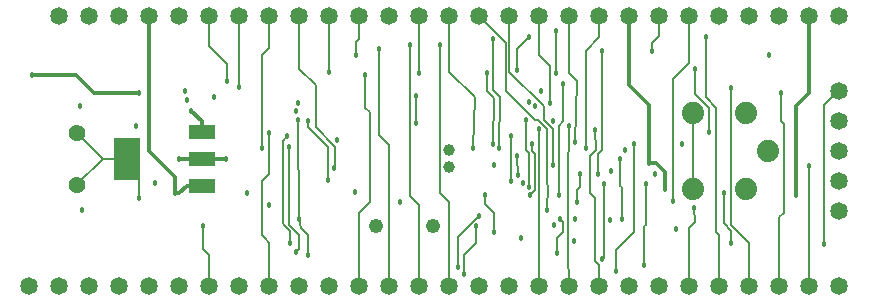
<source format=gbl>
G75*
%MOIN*%
%OFA0B0*%
%FSLAX24Y24*%
%IPPOS*%
%LPD*%
%AMOC8*
5,1,8,0,0,1.08239X$1,22.5*
%
%ADD10C,0.0480*%
%ADD11C,0.0390*%
%ADD12C,0.0561*%
%ADD13C,0.0585*%
%ADD14R,0.0900X0.0500*%
%ADD15R,0.0850X0.1400*%
%ADD16C,0.0740*%
%ADD17C,0.0180*%
%ADD18C,0.0050*%
%ADD19C,0.0120*%
D10*
X013625Y003425D03*
X015525Y003425D03*
D11*
X016075Y005405D03*
X016075Y005945D03*
D12*
X003656Y006541D03*
X003656Y004809D03*
D13*
X002075Y001425D03*
X003075Y001425D03*
X004075Y001425D03*
X005075Y001425D03*
X006075Y001425D03*
X007075Y001425D03*
X008075Y001425D03*
X009075Y001425D03*
X010075Y001425D03*
X011075Y001425D03*
X012075Y001425D03*
X013075Y001425D03*
X014075Y001425D03*
X015075Y001425D03*
X016075Y001425D03*
X017075Y001425D03*
X018075Y001425D03*
X019075Y001425D03*
X020075Y001425D03*
X021075Y001425D03*
X022075Y001425D03*
X023075Y001425D03*
X024075Y001425D03*
X025075Y001425D03*
X026075Y001425D03*
X027075Y001425D03*
X028075Y001425D03*
X029075Y001425D03*
X029075Y003925D03*
X029075Y004925D03*
X029075Y005925D03*
X029075Y006925D03*
X029075Y007925D03*
X029075Y010425D03*
X028075Y010425D03*
X027075Y010425D03*
X026075Y010425D03*
X025075Y010425D03*
X024075Y010425D03*
X023075Y010425D03*
X022075Y010425D03*
X021075Y010425D03*
X020075Y010425D03*
X019075Y010425D03*
X018075Y010425D03*
X017075Y010425D03*
X016075Y010425D03*
X015075Y010425D03*
X014075Y010425D03*
X013075Y010425D03*
X012075Y010425D03*
X011075Y010425D03*
X010075Y010425D03*
X009075Y010425D03*
X008075Y010425D03*
X007075Y010425D03*
X006075Y010425D03*
X005075Y010425D03*
X004075Y010425D03*
X003075Y010425D03*
D14*
X007825Y006575D03*
X007825Y005675D03*
X007825Y004775D03*
D15*
X005325Y005675D03*
D16*
X024185Y004645D03*
X025965Y004645D03*
X026689Y005925D03*
X025965Y007205D03*
X024185Y007205D03*
D17*
X024725Y006575D03*
X023825Y006175D03*
X022725Y005525D03*
X022925Y005175D03*
X022625Y004825D03*
X023275Y004675D03*
X023525Y004275D03*
X024225Y004025D03*
X025225Y004525D03*
X027625Y004475D03*
X028075Y005425D03*
X023625Y003325D03*
X025475Y002875D03*
X022575Y002125D03*
X021625Y001925D03*
X021175Y002325D03*
X020225Y002925D03*
X019675Y002525D03*
X018475Y003025D03*
X017575Y003225D03*
X016975Y003425D03*
X017075Y003775D03*
X017275Y004475D03*
X018125Y004925D03*
X018375Y005125D03*
X018525Y004875D03*
X018725Y004725D03*
X018775Y004475D03*
X019725Y004475D03*
X020325Y004225D03*
X019325Y003975D03*
X019775Y003675D03*
X019575Y003475D03*
X020275Y003675D03*
X021425Y003625D03*
X021825Y003675D03*
X021225Y004825D03*
X021025Y005175D03*
X020425Y005175D03*
X019525Y005475D03*
X018325Y005775D03*
X017725Y006025D03*
X017525Y006175D03*
X018125Y006425D03*
X018825Y006175D03*
X019075Y006675D03*
X019525Y006925D03*
X020075Y006775D03*
X020925Y006625D03*
X020275Y006225D03*
X020625Y006025D03*
X021775Y005675D03*
X021925Y005975D03*
X022225Y006175D03*
X021475Y005275D03*
X017575Y005475D03*
X016875Y006025D03*
X014975Y006855D03*
X014975Y007775D03*
X013275Y008475D03*
X012075Y008575D03*
X012975Y009125D03*
X013725Y009325D03*
X014775Y009475D03*
X015775Y009475D03*
X017525Y009675D03*
X018725Y009725D03*
X019625Y009925D03*
X021175Y009275D03*
X022825Y009275D03*
X024275Y008675D03*
X025475Y008025D03*
X027125Y007875D03*
X026725Y009125D03*
X024625Y009725D03*
X019875Y008175D03*
X019625Y008525D03*
X018325Y008625D03*
X017325Y008525D03*
X019125Y007925D03*
X018725Y007575D03*
X018925Y007425D03*
X019425Y007525D03*
X018625Y006975D03*
X015075Y008525D03*
X011025Y007525D03*
X010975Y007275D03*
X011025Y006975D03*
X011375Y006925D03*
X010675Y006425D03*
X010075Y006525D03*
X009825Y006025D03*
X010725Y006075D03*
X012325Y006305D03*
X012225Y005375D03*
X012025Y004975D03*
X012925Y004575D03*
X014425Y004225D03*
X011075Y003675D03*
X010075Y004125D03*
X009325Y004525D03*
X006925Y004525D03*
X006275Y004875D03*
X005725Y004375D03*
X003825Y003975D03*
X007875Y003425D03*
X010775Y002875D03*
X010975Y002575D03*
X011375Y002475D03*
X016375Y002075D03*
X016575Y001825D03*
X008625Y005675D03*
X007075Y005675D03*
X005625Y006775D03*
X007475Y007275D03*
X007325Y007625D03*
X007275Y007925D03*
X008225Y007725D03*
X009075Y008075D03*
X008675Y008275D03*
X005725Y007875D03*
X003775Y007425D03*
X002175Y008475D03*
X028575Y002825D03*
D18*
X028575Y007475D01*
X029025Y007925D01*
X029075Y007925D01*
X027125Y007875D02*
X027125Y006925D01*
X027225Y006825D01*
X027225Y006525D01*
X027225Y003875D01*
X027075Y003725D01*
X027075Y001425D01*
X026075Y001425D02*
X026075Y002875D01*
X025475Y003475D01*
X025475Y005825D01*
X025475Y005875D01*
X025475Y008025D01*
X024975Y007375D02*
X024625Y007725D01*
X024625Y009725D01*
X023075Y009775D02*
X022825Y009525D01*
X022825Y009275D01*
X023075Y009775D02*
X023075Y010425D01*
X024075Y010425D02*
X024075Y008875D01*
X023525Y008325D01*
X023525Y004275D01*
X024225Y004025D02*
X024275Y003575D01*
X024075Y003375D01*
X024075Y001425D01*
X025075Y001425D02*
X025075Y003125D01*
X024975Y003225D01*
X024975Y007375D01*
X024725Y007375D02*
X024725Y006575D01*
X024185Y007205D02*
X024185Y004645D01*
X025225Y004525D02*
X025225Y003525D01*
X025475Y003275D01*
X025475Y002875D01*
X022625Y003475D02*
X022575Y003425D01*
X022575Y002125D01*
X021625Y001925D02*
X021625Y002625D01*
X022175Y003175D01*
X022225Y003225D01*
X022225Y006175D01*
X021175Y005975D02*
X021025Y005825D01*
X021025Y005175D01*
X020425Y005175D02*
X020425Y004725D01*
X020325Y004625D01*
X020325Y004225D01*
X020775Y004525D02*
X020925Y004375D01*
X020925Y002275D01*
X021075Y002125D01*
X021075Y001425D01*
X020075Y001425D02*
X020075Y001875D01*
X020075Y001975D01*
X020025Y002025D01*
X020025Y005875D01*
X020075Y005925D01*
X020075Y006775D01*
X019875Y006925D02*
X019875Y008175D01*
X020075Y008525D02*
X020325Y008275D01*
X020275Y006225D01*
X020625Y006025D02*
X020625Y009275D01*
X021075Y009725D01*
X021075Y010425D01*
X020075Y010425D02*
X020075Y008525D01*
X019625Y008525D02*
X019625Y009925D01*
X018725Y009725D02*
X018325Y009325D01*
X018325Y008625D01*
X018075Y008575D02*
X019225Y007425D01*
X019225Y006975D01*
X019525Y006675D01*
X019525Y005475D01*
X018925Y005825D02*
X018925Y004625D01*
X018775Y004475D01*
X018725Y004725D02*
X018725Y005875D01*
X018675Y005925D01*
X018625Y005975D01*
X018625Y006975D01*
X018925Y006975D02*
X019025Y006975D01*
X019325Y006675D01*
X019325Y004825D01*
X019375Y004775D01*
X019325Y003975D01*
X019775Y003675D02*
X019875Y003575D01*
X019875Y003225D01*
X019775Y003125D01*
X019675Y003025D01*
X019675Y002525D01*
X021175Y002325D02*
X021225Y002375D01*
X021225Y003525D01*
X021225Y004625D01*
X021225Y004825D01*
X021775Y004775D02*
X021775Y005675D01*
X021175Y005975D02*
X021175Y009275D01*
X019425Y008775D02*
X019425Y007525D01*
X018925Y006975D02*
X017975Y007925D01*
X017975Y007975D01*
X017975Y009525D01*
X017075Y010425D01*
X016075Y010425D02*
X016075Y008575D01*
X016925Y007725D01*
X016875Y006025D01*
X017525Y006175D02*
X017575Y007675D01*
X017525Y007725D01*
X017325Y007925D01*
X017325Y008525D01*
X018075Y008575D02*
X018075Y010425D01*
X019075Y010425D02*
X019075Y009125D01*
X019425Y008775D01*
X017725Y007775D02*
X017525Y007975D01*
X017525Y009675D01*
X015775Y009475D02*
X015775Y004525D01*
X016075Y004225D01*
X016075Y001425D01*
X015075Y001425D02*
X015075Y004125D01*
X014775Y004425D01*
X014775Y009475D01*
X013725Y009325D02*
X013725Y006475D01*
X014075Y006125D01*
X014075Y001425D01*
X013075Y001425D02*
X013075Y003875D01*
X013425Y004225D01*
X013425Y007225D01*
X013275Y007375D01*
X013275Y008475D01*
X012075Y008575D02*
X012075Y010425D01*
X011075Y010425D02*
X011075Y008675D01*
X011625Y008125D01*
X011625Y006725D01*
X012275Y006075D01*
X012275Y005425D01*
X012225Y005375D01*
X012025Y004975D02*
X012025Y006075D01*
X011375Y006725D01*
X011375Y006925D01*
X011025Y006975D02*
X011025Y005325D01*
X011075Y005275D01*
X011075Y003675D01*
X011125Y003375D01*
X011375Y003125D01*
X011375Y002475D01*
X011075Y002675D02*
X010975Y002575D01*
X011075Y002675D02*
X011075Y003075D01*
X011075Y003125D01*
X010725Y003475D01*
X010725Y006075D01*
X010525Y006275D02*
X010525Y003525D01*
X010575Y003475D01*
X010775Y003275D01*
X010775Y002875D01*
X010075Y002875D02*
X009925Y003025D01*
X009825Y003125D01*
X009825Y004925D01*
X009925Y005025D01*
X010075Y005175D01*
X010075Y006525D01*
X010525Y006275D02*
X010675Y006425D01*
X009825Y006025D02*
X009825Y009125D01*
X010075Y009375D01*
X010075Y010425D01*
X009075Y010425D02*
X009075Y008075D01*
X008675Y008275D02*
X008675Y008825D01*
X008425Y009075D01*
X008075Y009425D01*
X008075Y010425D01*
X012975Y009575D02*
X012975Y009125D01*
X012975Y009575D02*
X013075Y009675D01*
X013075Y010425D01*
X015075Y010425D02*
X015075Y008525D01*
X014975Y007775D02*
X014975Y006855D01*
X017725Y006025D02*
X017775Y007725D01*
X017725Y007775D01*
X019725Y006775D02*
X019875Y006925D01*
X019725Y006775D02*
X019725Y004475D01*
X020775Y004525D02*
X020775Y005775D01*
X020825Y005825D01*
X020875Y005875D01*
X020975Y005975D01*
X020925Y006625D01*
X019075Y006675D02*
X019075Y001425D01*
X016575Y001825D02*
X016575Y002475D01*
X016975Y002875D01*
X016975Y003425D01*
X017575Y003225D02*
X017575Y003875D01*
X017275Y004175D01*
X017275Y004475D01*
X018125Y004925D02*
X018125Y006375D01*
X018125Y006425D01*
X018825Y006175D02*
X018825Y005925D01*
X018925Y005825D01*
X018325Y005775D02*
X018375Y005125D01*
X017075Y003775D02*
X016375Y003075D01*
X016375Y002075D01*
X021825Y003675D02*
X021825Y004725D01*
X021775Y004775D01*
X022625Y004825D02*
X022625Y003475D01*
X028075Y005425D02*
X028075Y001425D01*
X024725Y007375D02*
X024275Y007825D01*
X024275Y008675D01*
X010075Y002875D02*
X010075Y001425D01*
X008075Y001425D02*
X008075Y002475D01*
X007875Y002675D01*
X007875Y003425D01*
X005725Y004375D02*
X005725Y005025D01*
X005325Y005425D01*
X005325Y005675D01*
X004525Y005675D01*
X003675Y004825D01*
X004525Y005675D02*
X003675Y006525D01*
D19*
X006075Y005925D02*
X006075Y010425D01*
X003625Y008475D02*
X002175Y008475D01*
X003625Y008475D02*
X004225Y007875D01*
X005725Y007875D01*
X007475Y007275D02*
X007825Y006925D01*
X007825Y006575D01*
X006925Y005075D02*
X006075Y005925D01*
X007075Y005675D02*
X007825Y005675D01*
X008625Y005675D01*
X006925Y005075D02*
X006925Y004525D01*
X007075Y004525D01*
X007325Y004775D01*
X007825Y004775D01*
X022075Y008125D02*
X022725Y007475D01*
X022725Y005525D01*
X022975Y005525D01*
X023275Y005225D01*
X023275Y004675D01*
X027625Y004475D02*
X027625Y007425D01*
X028075Y007875D01*
X028075Y010425D01*
X022075Y010425D02*
X022075Y008125D01*
M02*

</source>
